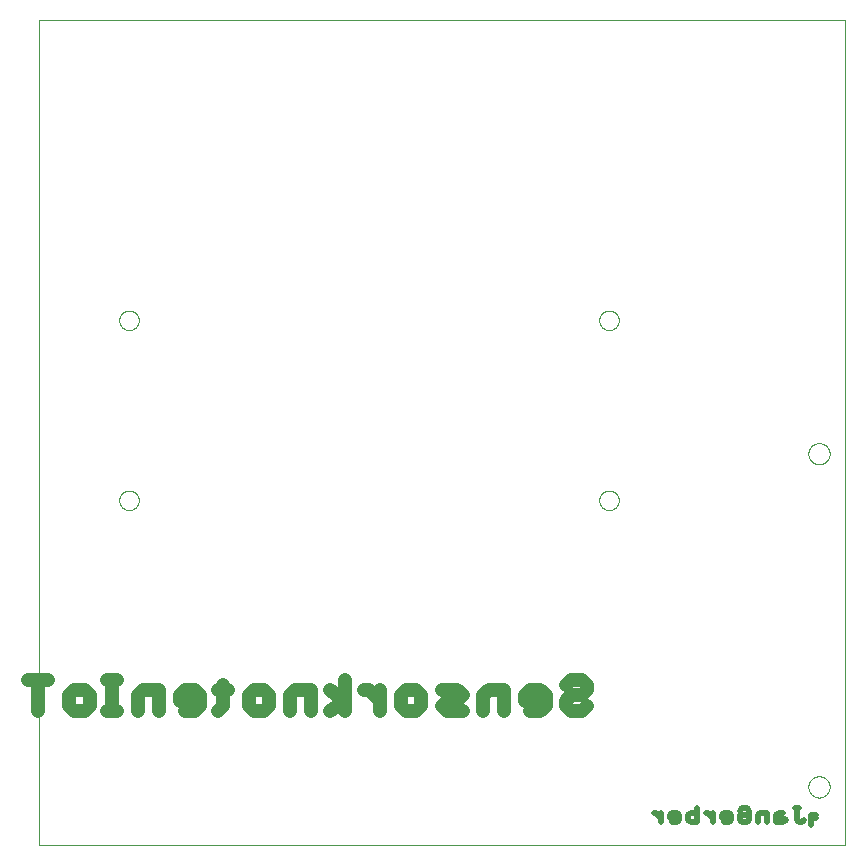
<source format=gbo>
G75*
%MOIN*%
%OFA0B0*%
%FSLAX25Y25*%
%IPPOS*%
%LPD*%
%AMOC8*
5,1,8,0,0,1.08239X$1,22.5*
%
%ADD10C,0.00000*%
%ADD11C,0.04700*%
%ADD12C,0.02000*%
D10*
X0014365Y0001000D02*
X0014365Y0275961D01*
X0283066Y0275961D01*
X0283066Y0001000D01*
X0014365Y0001000D01*
X0041115Y0116000D02*
X0041117Y0116113D01*
X0041123Y0116227D01*
X0041133Y0116340D01*
X0041147Y0116452D01*
X0041164Y0116564D01*
X0041186Y0116676D01*
X0041212Y0116786D01*
X0041241Y0116896D01*
X0041274Y0117004D01*
X0041311Y0117112D01*
X0041352Y0117217D01*
X0041396Y0117322D01*
X0041444Y0117425D01*
X0041495Y0117526D01*
X0041550Y0117625D01*
X0041609Y0117722D01*
X0041671Y0117817D01*
X0041736Y0117910D01*
X0041804Y0118001D01*
X0041875Y0118089D01*
X0041950Y0118175D01*
X0042027Y0118258D01*
X0042107Y0118338D01*
X0042190Y0118415D01*
X0042276Y0118490D01*
X0042364Y0118561D01*
X0042455Y0118629D01*
X0042548Y0118694D01*
X0042643Y0118756D01*
X0042740Y0118815D01*
X0042839Y0118870D01*
X0042940Y0118921D01*
X0043043Y0118969D01*
X0043148Y0119013D01*
X0043253Y0119054D01*
X0043361Y0119091D01*
X0043469Y0119124D01*
X0043579Y0119153D01*
X0043689Y0119179D01*
X0043801Y0119201D01*
X0043913Y0119218D01*
X0044025Y0119232D01*
X0044138Y0119242D01*
X0044252Y0119248D01*
X0044365Y0119250D01*
X0044478Y0119248D01*
X0044592Y0119242D01*
X0044705Y0119232D01*
X0044817Y0119218D01*
X0044929Y0119201D01*
X0045041Y0119179D01*
X0045151Y0119153D01*
X0045261Y0119124D01*
X0045369Y0119091D01*
X0045477Y0119054D01*
X0045582Y0119013D01*
X0045687Y0118969D01*
X0045790Y0118921D01*
X0045891Y0118870D01*
X0045990Y0118815D01*
X0046087Y0118756D01*
X0046182Y0118694D01*
X0046275Y0118629D01*
X0046366Y0118561D01*
X0046454Y0118490D01*
X0046540Y0118415D01*
X0046623Y0118338D01*
X0046703Y0118258D01*
X0046780Y0118175D01*
X0046855Y0118089D01*
X0046926Y0118001D01*
X0046994Y0117910D01*
X0047059Y0117817D01*
X0047121Y0117722D01*
X0047180Y0117625D01*
X0047235Y0117526D01*
X0047286Y0117425D01*
X0047334Y0117322D01*
X0047378Y0117217D01*
X0047419Y0117112D01*
X0047456Y0117004D01*
X0047489Y0116896D01*
X0047518Y0116786D01*
X0047544Y0116676D01*
X0047566Y0116564D01*
X0047583Y0116452D01*
X0047597Y0116340D01*
X0047607Y0116227D01*
X0047613Y0116113D01*
X0047615Y0116000D01*
X0047613Y0115887D01*
X0047607Y0115773D01*
X0047597Y0115660D01*
X0047583Y0115548D01*
X0047566Y0115436D01*
X0047544Y0115324D01*
X0047518Y0115214D01*
X0047489Y0115104D01*
X0047456Y0114996D01*
X0047419Y0114888D01*
X0047378Y0114783D01*
X0047334Y0114678D01*
X0047286Y0114575D01*
X0047235Y0114474D01*
X0047180Y0114375D01*
X0047121Y0114278D01*
X0047059Y0114183D01*
X0046994Y0114090D01*
X0046926Y0113999D01*
X0046855Y0113911D01*
X0046780Y0113825D01*
X0046703Y0113742D01*
X0046623Y0113662D01*
X0046540Y0113585D01*
X0046454Y0113510D01*
X0046366Y0113439D01*
X0046275Y0113371D01*
X0046182Y0113306D01*
X0046087Y0113244D01*
X0045990Y0113185D01*
X0045891Y0113130D01*
X0045790Y0113079D01*
X0045687Y0113031D01*
X0045582Y0112987D01*
X0045477Y0112946D01*
X0045369Y0112909D01*
X0045261Y0112876D01*
X0045151Y0112847D01*
X0045041Y0112821D01*
X0044929Y0112799D01*
X0044817Y0112782D01*
X0044705Y0112768D01*
X0044592Y0112758D01*
X0044478Y0112752D01*
X0044365Y0112750D01*
X0044252Y0112752D01*
X0044138Y0112758D01*
X0044025Y0112768D01*
X0043913Y0112782D01*
X0043801Y0112799D01*
X0043689Y0112821D01*
X0043579Y0112847D01*
X0043469Y0112876D01*
X0043361Y0112909D01*
X0043253Y0112946D01*
X0043148Y0112987D01*
X0043043Y0113031D01*
X0042940Y0113079D01*
X0042839Y0113130D01*
X0042740Y0113185D01*
X0042643Y0113244D01*
X0042548Y0113306D01*
X0042455Y0113371D01*
X0042364Y0113439D01*
X0042276Y0113510D01*
X0042190Y0113585D01*
X0042107Y0113662D01*
X0042027Y0113742D01*
X0041950Y0113825D01*
X0041875Y0113911D01*
X0041804Y0113999D01*
X0041736Y0114090D01*
X0041671Y0114183D01*
X0041609Y0114278D01*
X0041550Y0114375D01*
X0041495Y0114474D01*
X0041444Y0114575D01*
X0041396Y0114678D01*
X0041352Y0114783D01*
X0041311Y0114888D01*
X0041274Y0114996D01*
X0041241Y0115104D01*
X0041212Y0115214D01*
X0041186Y0115324D01*
X0041164Y0115436D01*
X0041147Y0115548D01*
X0041133Y0115660D01*
X0041123Y0115773D01*
X0041117Y0115887D01*
X0041115Y0116000D01*
X0041115Y0176000D02*
X0041117Y0176113D01*
X0041123Y0176227D01*
X0041133Y0176340D01*
X0041147Y0176452D01*
X0041164Y0176564D01*
X0041186Y0176676D01*
X0041212Y0176786D01*
X0041241Y0176896D01*
X0041274Y0177004D01*
X0041311Y0177112D01*
X0041352Y0177217D01*
X0041396Y0177322D01*
X0041444Y0177425D01*
X0041495Y0177526D01*
X0041550Y0177625D01*
X0041609Y0177722D01*
X0041671Y0177817D01*
X0041736Y0177910D01*
X0041804Y0178001D01*
X0041875Y0178089D01*
X0041950Y0178175D01*
X0042027Y0178258D01*
X0042107Y0178338D01*
X0042190Y0178415D01*
X0042276Y0178490D01*
X0042364Y0178561D01*
X0042455Y0178629D01*
X0042548Y0178694D01*
X0042643Y0178756D01*
X0042740Y0178815D01*
X0042839Y0178870D01*
X0042940Y0178921D01*
X0043043Y0178969D01*
X0043148Y0179013D01*
X0043253Y0179054D01*
X0043361Y0179091D01*
X0043469Y0179124D01*
X0043579Y0179153D01*
X0043689Y0179179D01*
X0043801Y0179201D01*
X0043913Y0179218D01*
X0044025Y0179232D01*
X0044138Y0179242D01*
X0044252Y0179248D01*
X0044365Y0179250D01*
X0044478Y0179248D01*
X0044592Y0179242D01*
X0044705Y0179232D01*
X0044817Y0179218D01*
X0044929Y0179201D01*
X0045041Y0179179D01*
X0045151Y0179153D01*
X0045261Y0179124D01*
X0045369Y0179091D01*
X0045477Y0179054D01*
X0045582Y0179013D01*
X0045687Y0178969D01*
X0045790Y0178921D01*
X0045891Y0178870D01*
X0045990Y0178815D01*
X0046087Y0178756D01*
X0046182Y0178694D01*
X0046275Y0178629D01*
X0046366Y0178561D01*
X0046454Y0178490D01*
X0046540Y0178415D01*
X0046623Y0178338D01*
X0046703Y0178258D01*
X0046780Y0178175D01*
X0046855Y0178089D01*
X0046926Y0178001D01*
X0046994Y0177910D01*
X0047059Y0177817D01*
X0047121Y0177722D01*
X0047180Y0177625D01*
X0047235Y0177526D01*
X0047286Y0177425D01*
X0047334Y0177322D01*
X0047378Y0177217D01*
X0047419Y0177112D01*
X0047456Y0177004D01*
X0047489Y0176896D01*
X0047518Y0176786D01*
X0047544Y0176676D01*
X0047566Y0176564D01*
X0047583Y0176452D01*
X0047597Y0176340D01*
X0047607Y0176227D01*
X0047613Y0176113D01*
X0047615Y0176000D01*
X0047613Y0175887D01*
X0047607Y0175773D01*
X0047597Y0175660D01*
X0047583Y0175548D01*
X0047566Y0175436D01*
X0047544Y0175324D01*
X0047518Y0175214D01*
X0047489Y0175104D01*
X0047456Y0174996D01*
X0047419Y0174888D01*
X0047378Y0174783D01*
X0047334Y0174678D01*
X0047286Y0174575D01*
X0047235Y0174474D01*
X0047180Y0174375D01*
X0047121Y0174278D01*
X0047059Y0174183D01*
X0046994Y0174090D01*
X0046926Y0173999D01*
X0046855Y0173911D01*
X0046780Y0173825D01*
X0046703Y0173742D01*
X0046623Y0173662D01*
X0046540Y0173585D01*
X0046454Y0173510D01*
X0046366Y0173439D01*
X0046275Y0173371D01*
X0046182Y0173306D01*
X0046087Y0173244D01*
X0045990Y0173185D01*
X0045891Y0173130D01*
X0045790Y0173079D01*
X0045687Y0173031D01*
X0045582Y0172987D01*
X0045477Y0172946D01*
X0045369Y0172909D01*
X0045261Y0172876D01*
X0045151Y0172847D01*
X0045041Y0172821D01*
X0044929Y0172799D01*
X0044817Y0172782D01*
X0044705Y0172768D01*
X0044592Y0172758D01*
X0044478Y0172752D01*
X0044365Y0172750D01*
X0044252Y0172752D01*
X0044138Y0172758D01*
X0044025Y0172768D01*
X0043913Y0172782D01*
X0043801Y0172799D01*
X0043689Y0172821D01*
X0043579Y0172847D01*
X0043469Y0172876D01*
X0043361Y0172909D01*
X0043253Y0172946D01*
X0043148Y0172987D01*
X0043043Y0173031D01*
X0042940Y0173079D01*
X0042839Y0173130D01*
X0042740Y0173185D01*
X0042643Y0173244D01*
X0042548Y0173306D01*
X0042455Y0173371D01*
X0042364Y0173439D01*
X0042276Y0173510D01*
X0042190Y0173585D01*
X0042107Y0173662D01*
X0042027Y0173742D01*
X0041950Y0173825D01*
X0041875Y0173911D01*
X0041804Y0173999D01*
X0041736Y0174090D01*
X0041671Y0174183D01*
X0041609Y0174278D01*
X0041550Y0174375D01*
X0041495Y0174474D01*
X0041444Y0174575D01*
X0041396Y0174678D01*
X0041352Y0174783D01*
X0041311Y0174888D01*
X0041274Y0174996D01*
X0041241Y0175104D01*
X0041212Y0175214D01*
X0041186Y0175324D01*
X0041164Y0175436D01*
X0041147Y0175548D01*
X0041133Y0175660D01*
X0041123Y0175773D01*
X0041117Y0175887D01*
X0041115Y0176000D01*
X0201115Y0176000D02*
X0201117Y0176113D01*
X0201123Y0176227D01*
X0201133Y0176340D01*
X0201147Y0176452D01*
X0201164Y0176564D01*
X0201186Y0176676D01*
X0201212Y0176786D01*
X0201241Y0176896D01*
X0201274Y0177004D01*
X0201311Y0177112D01*
X0201352Y0177217D01*
X0201396Y0177322D01*
X0201444Y0177425D01*
X0201495Y0177526D01*
X0201550Y0177625D01*
X0201609Y0177722D01*
X0201671Y0177817D01*
X0201736Y0177910D01*
X0201804Y0178001D01*
X0201875Y0178089D01*
X0201950Y0178175D01*
X0202027Y0178258D01*
X0202107Y0178338D01*
X0202190Y0178415D01*
X0202276Y0178490D01*
X0202364Y0178561D01*
X0202455Y0178629D01*
X0202548Y0178694D01*
X0202643Y0178756D01*
X0202740Y0178815D01*
X0202839Y0178870D01*
X0202940Y0178921D01*
X0203043Y0178969D01*
X0203148Y0179013D01*
X0203253Y0179054D01*
X0203361Y0179091D01*
X0203469Y0179124D01*
X0203579Y0179153D01*
X0203689Y0179179D01*
X0203801Y0179201D01*
X0203913Y0179218D01*
X0204025Y0179232D01*
X0204138Y0179242D01*
X0204252Y0179248D01*
X0204365Y0179250D01*
X0204478Y0179248D01*
X0204592Y0179242D01*
X0204705Y0179232D01*
X0204817Y0179218D01*
X0204929Y0179201D01*
X0205041Y0179179D01*
X0205151Y0179153D01*
X0205261Y0179124D01*
X0205369Y0179091D01*
X0205477Y0179054D01*
X0205582Y0179013D01*
X0205687Y0178969D01*
X0205790Y0178921D01*
X0205891Y0178870D01*
X0205990Y0178815D01*
X0206087Y0178756D01*
X0206182Y0178694D01*
X0206275Y0178629D01*
X0206366Y0178561D01*
X0206454Y0178490D01*
X0206540Y0178415D01*
X0206623Y0178338D01*
X0206703Y0178258D01*
X0206780Y0178175D01*
X0206855Y0178089D01*
X0206926Y0178001D01*
X0206994Y0177910D01*
X0207059Y0177817D01*
X0207121Y0177722D01*
X0207180Y0177625D01*
X0207235Y0177526D01*
X0207286Y0177425D01*
X0207334Y0177322D01*
X0207378Y0177217D01*
X0207419Y0177112D01*
X0207456Y0177004D01*
X0207489Y0176896D01*
X0207518Y0176786D01*
X0207544Y0176676D01*
X0207566Y0176564D01*
X0207583Y0176452D01*
X0207597Y0176340D01*
X0207607Y0176227D01*
X0207613Y0176113D01*
X0207615Y0176000D01*
X0207613Y0175887D01*
X0207607Y0175773D01*
X0207597Y0175660D01*
X0207583Y0175548D01*
X0207566Y0175436D01*
X0207544Y0175324D01*
X0207518Y0175214D01*
X0207489Y0175104D01*
X0207456Y0174996D01*
X0207419Y0174888D01*
X0207378Y0174783D01*
X0207334Y0174678D01*
X0207286Y0174575D01*
X0207235Y0174474D01*
X0207180Y0174375D01*
X0207121Y0174278D01*
X0207059Y0174183D01*
X0206994Y0174090D01*
X0206926Y0173999D01*
X0206855Y0173911D01*
X0206780Y0173825D01*
X0206703Y0173742D01*
X0206623Y0173662D01*
X0206540Y0173585D01*
X0206454Y0173510D01*
X0206366Y0173439D01*
X0206275Y0173371D01*
X0206182Y0173306D01*
X0206087Y0173244D01*
X0205990Y0173185D01*
X0205891Y0173130D01*
X0205790Y0173079D01*
X0205687Y0173031D01*
X0205582Y0172987D01*
X0205477Y0172946D01*
X0205369Y0172909D01*
X0205261Y0172876D01*
X0205151Y0172847D01*
X0205041Y0172821D01*
X0204929Y0172799D01*
X0204817Y0172782D01*
X0204705Y0172768D01*
X0204592Y0172758D01*
X0204478Y0172752D01*
X0204365Y0172750D01*
X0204252Y0172752D01*
X0204138Y0172758D01*
X0204025Y0172768D01*
X0203913Y0172782D01*
X0203801Y0172799D01*
X0203689Y0172821D01*
X0203579Y0172847D01*
X0203469Y0172876D01*
X0203361Y0172909D01*
X0203253Y0172946D01*
X0203148Y0172987D01*
X0203043Y0173031D01*
X0202940Y0173079D01*
X0202839Y0173130D01*
X0202740Y0173185D01*
X0202643Y0173244D01*
X0202548Y0173306D01*
X0202455Y0173371D01*
X0202364Y0173439D01*
X0202276Y0173510D01*
X0202190Y0173585D01*
X0202107Y0173662D01*
X0202027Y0173742D01*
X0201950Y0173825D01*
X0201875Y0173911D01*
X0201804Y0173999D01*
X0201736Y0174090D01*
X0201671Y0174183D01*
X0201609Y0174278D01*
X0201550Y0174375D01*
X0201495Y0174474D01*
X0201444Y0174575D01*
X0201396Y0174678D01*
X0201352Y0174783D01*
X0201311Y0174888D01*
X0201274Y0174996D01*
X0201241Y0175104D01*
X0201212Y0175214D01*
X0201186Y0175324D01*
X0201164Y0175436D01*
X0201147Y0175548D01*
X0201133Y0175660D01*
X0201123Y0175773D01*
X0201117Y0175887D01*
X0201115Y0176000D01*
X0201115Y0116000D02*
X0201117Y0116113D01*
X0201123Y0116227D01*
X0201133Y0116340D01*
X0201147Y0116452D01*
X0201164Y0116564D01*
X0201186Y0116676D01*
X0201212Y0116786D01*
X0201241Y0116896D01*
X0201274Y0117004D01*
X0201311Y0117112D01*
X0201352Y0117217D01*
X0201396Y0117322D01*
X0201444Y0117425D01*
X0201495Y0117526D01*
X0201550Y0117625D01*
X0201609Y0117722D01*
X0201671Y0117817D01*
X0201736Y0117910D01*
X0201804Y0118001D01*
X0201875Y0118089D01*
X0201950Y0118175D01*
X0202027Y0118258D01*
X0202107Y0118338D01*
X0202190Y0118415D01*
X0202276Y0118490D01*
X0202364Y0118561D01*
X0202455Y0118629D01*
X0202548Y0118694D01*
X0202643Y0118756D01*
X0202740Y0118815D01*
X0202839Y0118870D01*
X0202940Y0118921D01*
X0203043Y0118969D01*
X0203148Y0119013D01*
X0203253Y0119054D01*
X0203361Y0119091D01*
X0203469Y0119124D01*
X0203579Y0119153D01*
X0203689Y0119179D01*
X0203801Y0119201D01*
X0203913Y0119218D01*
X0204025Y0119232D01*
X0204138Y0119242D01*
X0204252Y0119248D01*
X0204365Y0119250D01*
X0204478Y0119248D01*
X0204592Y0119242D01*
X0204705Y0119232D01*
X0204817Y0119218D01*
X0204929Y0119201D01*
X0205041Y0119179D01*
X0205151Y0119153D01*
X0205261Y0119124D01*
X0205369Y0119091D01*
X0205477Y0119054D01*
X0205582Y0119013D01*
X0205687Y0118969D01*
X0205790Y0118921D01*
X0205891Y0118870D01*
X0205990Y0118815D01*
X0206087Y0118756D01*
X0206182Y0118694D01*
X0206275Y0118629D01*
X0206366Y0118561D01*
X0206454Y0118490D01*
X0206540Y0118415D01*
X0206623Y0118338D01*
X0206703Y0118258D01*
X0206780Y0118175D01*
X0206855Y0118089D01*
X0206926Y0118001D01*
X0206994Y0117910D01*
X0207059Y0117817D01*
X0207121Y0117722D01*
X0207180Y0117625D01*
X0207235Y0117526D01*
X0207286Y0117425D01*
X0207334Y0117322D01*
X0207378Y0117217D01*
X0207419Y0117112D01*
X0207456Y0117004D01*
X0207489Y0116896D01*
X0207518Y0116786D01*
X0207544Y0116676D01*
X0207566Y0116564D01*
X0207583Y0116452D01*
X0207597Y0116340D01*
X0207607Y0116227D01*
X0207613Y0116113D01*
X0207615Y0116000D01*
X0207613Y0115887D01*
X0207607Y0115773D01*
X0207597Y0115660D01*
X0207583Y0115548D01*
X0207566Y0115436D01*
X0207544Y0115324D01*
X0207518Y0115214D01*
X0207489Y0115104D01*
X0207456Y0114996D01*
X0207419Y0114888D01*
X0207378Y0114783D01*
X0207334Y0114678D01*
X0207286Y0114575D01*
X0207235Y0114474D01*
X0207180Y0114375D01*
X0207121Y0114278D01*
X0207059Y0114183D01*
X0206994Y0114090D01*
X0206926Y0113999D01*
X0206855Y0113911D01*
X0206780Y0113825D01*
X0206703Y0113742D01*
X0206623Y0113662D01*
X0206540Y0113585D01*
X0206454Y0113510D01*
X0206366Y0113439D01*
X0206275Y0113371D01*
X0206182Y0113306D01*
X0206087Y0113244D01*
X0205990Y0113185D01*
X0205891Y0113130D01*
X0205790Y0113079D01*
X0205687Y0113031D01*
X0205582Y0112987D01*
X0205477Y0112946D01*
X0205369Y0112909D01*
X0205261Y0112876D01*
X0205151Y0112847D01*
X0205041Y0112821D01*
X0204929Y0112799D01*
X0204817Y0112782D01*
X0204705Y0112768D01*
X0204592Y0112758D01*
X0204478Y0112752D01*
X0204365Y0112750D01*
X0204252Y0112752D01*
X0204138Y0112758D01*
X0204025Y0112768D01*
X0203913Y0112782D01*
X0203801Y0112799D01*
X0203689Y0112821D01*
X0203579Y0112847D01*
X0203469Y0112876D01*
X0203361Y0112909D01*
X0203253Y0112946D01*
X0203148Y0112987D01*
X0203043Y0113031D01*
X0202940Y0113079D01*
X0202839Y0113130D01*
X0202740Y0113185D01*
X0202643Y0113244D01*
X0202548Y0113306D01*
X0202455Y0113371D01*
X0202364Y0113439D01*
X0202276Y0113510D01*
X0202190Y0113585D01*
X0202107Y0113662D01*
X0202027Y0113742D01*
X0201950Y0113825D01*
X0201875Y0113911D01*
X0201804Y0113999D01*
X0201736Y0114090D01*
X0201671Y0114183D01*
X0201609Y0114278D01*
X0201550Y0114375D01*
X0201495Y0114474D01*
X0201444Y0114575D01*
X0201396Y0114678D01*
X0201352Y0114783D01*
X0201311Y0114888D01*
X0201274Y0114996D01*
X0201241Y0115104D01*
X0201212Y0115214D01*
X0201186Y0115324D01*
X0201164Y0115436D01*
X0201147Y0115548D01*
X0201133Y0115660D01*
X0201123Y0115773D01*
X0201117Y0115887D01*
X0201115Y0116000D01*
X0270822Y0131512D02*
X0270824Y0131630D01*
X0270830Y0131749D01*
X0270840Y0131867D01*
X0270854Y0131984D01*
X0270871Y0132101D01*
X0270893Y0132218D01*
X0270919Y0132333D01*
X0270948Y0132448D01*
X0270981Y0132562D01*
X0271018Y0132674D01*
X0271059Y0132785D01*
X0271103Y0132895D01*
X0271151Y0133003D01*
X0271203Y0133110D01*
X0271258Y0133215D01*
X0271317Y0133318D01*
X0271379Y0133418D01*
X0271444Y0133517D01*
X0271513Y0133614D01*
X0271584Y0133708D01*
X0271659Y0133799D01*
X0271737Y0133889D01*
X0271818Y0133975D01*
X0271902Y0134059D01*
X0271988Y0134140D01*
X0272078Y0134218D01*
X0272169Y0134293D01*
X0272263Y0134364D01*
X0272360Y0134433D01*
X0272459Y0134498D01*
X0272559Y0134560D01*
X0272662Y0134619D01*
X0272767Y0134674D01*
X0272874Y0134726D01*
X0272982Y0134774D01*
X0273092Y0134818D01*
X0273203Y0134859D01*
X0273315Y0134896D01*
X0273429Y0134929D01*
X0273544Y0134958D01*
X0273659Y0134984D01*
X0273776Y0135006D01*
X0273893Y0135023D01*
X0274010Y0135037D01*
X0274128Y0135047D01*
X0274247Y0135053D01*
X0274365Y0135055D01*
X0274483Y0135053D01*
X0274602Y0135047D01*
X0274720Y0135037D01*
X0274837Y0135023D01*
X0274954Y0135006D01*
X0275071Y0134984D01*
X0275186Y0134958D01*
X0275301Y0134929D01*
X0275415Y0134896D01*
X0275527Y0134859D01*
X0275638Y0134818D01*
X0275748Y0134774D01*
X0275856Y0134726D01*
X0275963Y0134674D01*
X0276068Y0134619D01*
X0276171Y0134560D01*
X0276271Y0134498D01*
X0276370Y0134433D01*
X0276467Y0134364D01*
X0276561Y0134293D01*
X0276652Y0134218D01*
X0276742Y0134140D01*
X0276828Y0134059D01*
X0276912Y0133975D01*
X0276993Y0133889D01*
X0277071Y0133799D01*
X0277146Y0133708D01*
X0277217Y0133614D01*
X0277286Y0133517D01*
X0277351Y0133418D01*
X0277413Y0133318D01*
X0277472Y0133215D01*
X0277527Y0133110D01*
X0277579Y0133003D01*
X0277627Y0132895D01*
X0277671Y0132785D01*
X0277712Y0132674D01*
X0277749Y0132562D01*
X0277782Y0132448D01*
X0277811Y0132333D01*
X0277837Y0132218D01*
X0277859Y0132101D01*
X0277876Y0131984D01*
X0277890Y0131867D01*
X0277900Y0131749D01*
X0277906Y0131630D01*
X0277908Y0131512D01*
X0277906Y0131394D01*
X0277900Y0131275D01*
X0277890Y0131157D01*
X0277876Y0131040D01*
X0277859Y0130923D01*
X0277837Y0130806D01*
X0277811Y0130691D01*
X0277782Y0130576D01*
X0277749Y0130462D01*
X0277712Y0130350D01*
X0277671Y0130239D01*
X0277627Y0130129D01*
X0277579Y0130021D01*
X0277527Y0129914D01*
X0277472Y0129809D01*
X0277413Y0129706D01*
X0277351Y0129606D01*
X0277286Y0129507D01*
X0277217Y0129410D01*
X0277146Y0129316D01*
X0277071Y0129225D01*
X0276993Y0129135D01*
X0276912Y0129049D01*
X0276828Y0128965D01*
X0276742Y0128884D01*
X0276652Y0128806D01*
X0276561Y0128731D01*
X0276467Y0128660D01*
X0276370Y0128591D01*
X0276271Y0128526D01*
X0276171Y0128464D01*
X0276068Y0128405D01*
X0275963Y0128350D01*
X0275856Y0128298D01*
X0275748Y0128250D01*
X0275638Y0128206D01*
X0275527Y0128165D01*
X0275415Y0128128D01*
X0275301Y0128095D01*
X0275186Y0128066D01*
X0275071Y0128040D01*
X0274954Y0128018D01*
X0274837Y0128001D01*
X0274720Y0127987D01*
X0274602Y0127977D01*
X0274483Y0127971D01*
X0274365Y0127969D01*
X0274247Y0127971D01*
X0274128Y0127977D01*
X0274010Y0127987D01*
X0273893Y0128001D01*
X0273776Y0128018D01*
X0273659Y0128040D01*
X0273544Y0128066D01*
X0273429Y0128095D01*
X0273315Y0128128D01*
X0273203Y0128165D01*
X0273092Y0128206D01*
X0272982Y0128250D01*
X0272874Y0128298D01*
X0272767Y0128350D01*
X0272662Y0128405D01*
X0272559Y0128464D01*
X0272459Y0128526D01*
X0272360Y0128591D01*
X0272263Y0128660D01*
X0272169Y0128731D01*
X0272078Y0128806D01*
X0271988Y0128884D01*
X0271902Y0128965D01*
X0271818Y0129049D01*
X0271737Y0129135D01*
X0271659Y0129225D01*
X0271584Y0129316D01*
X0271513Y0129410D01*
X0271444Y0129507D01*
X0271379Y0129606D01*
X0271317Y0129706D01*
X0271258Y0129809D01*
X0271203Y0129914D01*
X0271151Y0130021D01*
X0271103Y0130129D01*
X0271059Y0130239D01*
X0271018Y0130350D01*
X0270981Y0130462D01*
X0270948Y0130576D01*
X0270919Y0130691D01*
X0270893Y0130806D01*
X0270871Y0130923D01*
X0270854Y0131040D01*
X0270840Y0131157D01*
X0270830Y0131275D01*
X0270824Y0131394D01*
X0270822Y0131512D01*
X0270822Y0020488D02*
X0270824Y0020606D01*
X0270830Y0020725D01*
X0270840Y0020843D01*
X0270854Y0020960D01*
X0270871Y0021077D01*
X0270893Y0021194D01*
X0270919Y0021309D01*
X0270948Y0021424D01*
X0270981Y0021538D01*
X0271018Y0021650D01*
X0271059Y0021761D01*
X0271103Y0021871D01*
X0271151Y0021979D01*
X0271203Y0022086D01*
X0271258Y0022191D01*
X0271317Y0022294D01*
X0271379Y0022394D01*
X0271444Y0022493D01*
X0271513Y0022590D01*
X0271584Y0022684D01*
X0271659Y0022775D01*
X0271737Y0022865D01*
X0271818Y0022951D01*
X0271902Y0023035D01*
X0271988Y0023116D01*
X0272078Y0023194D01*
X0272169Y0023269D01*
X0272263Y0023340D01*
X0272360Y0023409D01*
X0272459Y0023474D01*
X0272559Y0023536D01*
X0272662Y0023595D01*
X0272767Y0023650D01*
X0272874Y0023702D01*
X0272982Y0023750D01*
X0273092Y0023794D01*
X0273203Y0023835D01*
X0273315Y0023872D01*
X0273429Y0023905D01*
X0273544Y0023934D01*
X0273659Y0023960D01*
X0273776Y0023982D01*
X0273893Y0023999D01*
X0274010Y0024013D01*
X0274128Y0024023D01*
X0274247Y0024029D01*
X0274365Y0024031D01*
X0274483Y0024029D01*
X0274602Y0024023D01*
X0274720Y0024013D01*
X0274837Y0023999D01*
X0274954Y0023982D01*
X0275071Y0023960D01*
X0275186Y0023934D01*
X0275301Y0023905D01*
X0275415Y0023872D01*
X0275527Y0023835D01*
X0275638Y0023794D01*
X0275748Y0023750D01*
X0275856Y0023702D01*
X0275963Y0023650D01*
X0276068Y0023595D01*
X0276171Y0023536D01*
X0276271Y0023474D01*
X0276370Y0023409D01*
X0276467Y0023340D01*
X0276561Y0023269D01*
X0276652Y0023194D01*
X0276742Y0023116D01*
X0276828Y0023035D01*
X0276912Y0022951D01*
X0276993Y0022865D01*
X0277071Y0022775D01*
X0277146Y0022684D01*
X0277217Y0022590D01*
X0277286Y0022493D01*
X0277351Y0022394D01*
X0277413Y0022294D01*
X0277472Y0022191D01*
X0277527Y0022086D01*
X0277579Y0021979D01*
X0277627Y0021871D01*
X0277671Y0021761D01*
X0277712Y0021650D01*
X0277749Y0021538D01*
X0277782Y0021424D01*
X0277811Y0021309D01*
X0277837Y0021194D01*
X0277859Y0021077D01*
X0277876Y0020960D01*
X0277890Y0020843D01*
X0277900Y0020725D01*
X0277906Y0020606D01*
X0277908Y0020488D01*
X0277906Y0020370D01*
X0277900Y0020251D01*
X0277890Y0020133D01*
X0277876Y0020016D01*
X0277859Y0019899D01*
X0277837Y0019782D01*
X0277811Y0019667D01*
X0277782Y0019552D01*
X0277749Y0019438D01*
X0277712Y0019326D01*
X0277671Y0019215D01*
X0277627Y0019105D01*
X0277579Y0018997D01*
X0277527Y0018890D01*
X0277472Y0018785D01*
X0277413Y0018682D01*
X0277351Y0018582D01*
X0277286Y0018483D01*
X0277217Y0018386D01*
X0277146Y0018292D01*
X0277071Y0018201D01*
X0276993Y0018111D01*
X0276912Y0018025D01*
X0276828Y0017941D01*
X0276742Y0017860D01*
X0276652Y0017782D01*
X0276561Y0017707D01*
X0276467Y0017636D01*
X0276370Y0017567D01*
X0276271Y0017502D01*
X0276171Y0017440D01*
X0276068Y0017381D01*
X0275963Y0017326D01*
X0275856Y0017274D01*
X0275748Y0017226D01*
X0275638Y0017182D01*
X0275527Y0017141D01*
X0275415Y0017104D01*
X0275301Y0017071D01*
X0275186Y0017042D01*
X0275071Y0017016D01*
X0274954Y0016994D01*
X0274837Y0016977D01*
X0274720Y0016963D01*
X0274602Y0016953D01*
X0274483Y0016947D01*
X0274365Y0016945D01*
X0274247Y0016947D01*
X0274128Y0016953D01*
X0274010Y0016963D01*
X0273893Y0016977D01*
X0273776Y0016994D01*
X0273659Y0017016D01*
X0273544Y0017042D01*
X0273429Y0017071D01*
X0273315Y0017104D01*
X0273203Y0017141D01*
X0273092Y0017182D01*
X0272982Y0017226D01*
X0272874Y0017274D01*
X0272767Y0017326D01*
X0272662Y0017381D01*
X0272559Y0017440D01*
X0272459Y0017502D01*
X0272360Y0017567D01*
X0272263Y0017636D01*
X0272169Y0017707D01*
X0272078Y0017782D01*
X0271988Y0017860D01*
X0271902Y0017941D01*
X0271818Y0018025D01*
X0271737Y0018111D01*
X0271659Y0018201D01*
X0271584Y0018292D01*
X0271513Y0018386D01*
X0271444Y0018483D01*
X0271379Y0018582D01*
X0271317Y0018682D01*
X0271258Y0018785D01*
X0271203Y0018890D01*
X0271151Y0018997D01*
X0271103Y0019105D01*
X0271059Y0019215D01*
X0271018Y0019326D01*
X0270981Y0019438D01*
X0270948Y0019552D01*
X0270919Y0019667D01*
X0270893Y0019782D01*
X0270871Y0019899D01*
X0270854Y0020016D01*
X0270840Y0020133D01*
X0270830Y0020251D01*
X0270824Y0020370D01*
X0270822Y0020488D01*
D11*
X0197015Y0047568D02*
X0195297Y0045850D01*
X0191861Y0045850D01*
X0190143Y0047568D01*
X0190143Y0049286D01*
X0191861Y0051004D01*
X0195297Y0051004D01*
X0197015Y0052723D01*
X0197015Y0054441D01*
X0195297Y0056159D01*
X0191861Y0056159D01*
X0190143Y0054441D01*
X0183203Y0051004D02*
X0183203Y0047568D01*
X0181485Y0045850D01*
X0178049Y0045850D01*
X0176331Y0049286D02*
X0183203Y0049286D01*
X0183203Y0051004D02*
X0181485Y0052723D01*
X0178049Y0052723D01*
X0176331Y0051004D01*
X0176331Y0049286D01*
X0169392Y0045850D02*
X0169392Y0052723D01*
X0164237Y0052723D01*
X0162519Y0051004D01*
X0162519Y0045850D01*
X0155580Y0045850D02*
X0150425Y0045850D01*
X0148707Y0047568D01*
X0150425Y0049286D01*
X0153862Y0049286D01*
X0155580Y0051004D01*
X0153862Y0052723D01*
X0148707Y0052723D01*
X0141768Y0051004D02*
X0141768Y0047568D01*
X0140050Y0045850D01*
X0136614Y0045850D01*
X0134896Y0047568D01*
X0134896Y0051004D01*
X0136614Y0052723D01*
X0140050Y0052723D01*
X0141768Y0051004D01*
X0127956Y0049286D02*
X0124520Y0052723D01*
X0122802Y0052723D01*
X0127956Y0052723D02*
X0127956Y0045850D01*
X0116446Y0045850D02*
X0116446Y0056159D01*
X0111292Y0052723D02*
X0116446Y0049286D01*
X0111292Y0045850D01*
X0104937Y0045850D02*
X0104937Y0052723D01*
X0099782Y0052723D01*
X0098064Y0051004D01*
X0098064Y0045850D01*
X0091125Y0047568D02*
X0091125Y0051004D01*
X0089407Y0052723D01*
X0085970Y0052723D01*
X0084252Y0051004D01*
X0084252Y0047568D01*
X0085970Y0045850D01*
X0089407Y0045850D01*
X0091125Y0047568D01*
X0077313Y0052723D02*
X0073877Y0052723D01*
X0075595Y0054441D02*
X0075595Y0047568D01*
X0073877Y0045850D01*
X0068105Y0047568D02*
X0068105Y0051004D01*
X0066387Y0052723D01*
X0062951Y0052723D01*
X0061233Y0051004D01*
X0061233Y0049286D01*
X0068105Y0049286D01*
X0068105Y0047568D02*
X0066387Y0045850D01*
X0062951Y0045850D01*
X0054293Y0045850D02*
X0054293Y0052723D01*
X0049139Y0052723D01*
X0047421Y0051004D01*
X0047421Y0045850D01*
X0040482Y0045850D02*
X0037045Y0045850D01*
X0038763Y0045850D02*
X0038763Y0056159D01*
X0037045Y0056159D02*
X0040482Y0056159D01*
X0031274Y0051004D02*
X0031274Y0047568D01*
X0029556Y0045850D01*
X0026119Y0045850D01*
X0024401Y0047568D01*
X0024401Y0051004D01*
X0026119Y0052723D01*
X0029556Y0052723D01*
X0031274Y0051004D01*
X0017462Y0056159D02*
X0010589Y0056159D01*
X0014026Y0056159D02*
X0014026Y0045850D01*
D12*
X0219407Y0011769D02*
X0220175Y0011769D01*
X0221709Y0010235D01*
X0221709Y0011769D02*
X0221709Y0008700D01*
X0224717Y0010235D02*
X0227786Y0010235D01*
X0227786Y0011002D02*
X0227019Y0011769D01*
X0225484Y0011769D01*
X0224717Y0011002D01*
X0224717Y0010235D01*
X0225484Y0008700D02*
X0227019Y0008700D01*
X0227786Y0009467D01*
X0227786Y0011002D01*
X0230794Y0011002D02*
X0231562Y0011769D01*
X0233864Y0011769D01*
X0233864Y0013304D02*
X0233864Y0008700D01*
X0231562Y0008700D01*
X0230794Y0009467D01*
X0230794Y0011002D01*
X0236626Y0011769D02*
X0237393Y0011769D01*
X0238928Y0010235D01*
X0238928Y0011769D02*
X0238928Y0008700D01*
X0241936Y0010235D02*
X0245005Y0010235D01*
X0245005Y0011002D02*
X0244238Y0011769D01*
X0242703Y0011769D01*
X0241936Y0011002D01*
X0241936Y0010235D01*
X0242703Y0008700D02*
X0244238Y0008700D01*
X0245005Y0009467D01*
X0245005Y0011002D01*
X0248013Y0011002D02*
X0249548Y0011002D01*
X0248013Y0011002D02*
X0248013Y0009467D01*
X0248780Y0008700D01*
X0250315Y0008700D01*
X0251082Y0009467D01*
X0251082Y0012537D01*
X0250315Y0013304D01*
X0248780Y0013304D01*
X0248013Y0012537D01*
X0254090Y0011002D02*
X0254090Y0008700D01*
X0254090Y0011002D02*
X0254857Y0011769D01*
X0257159Y0011769D01*
X0257159Y0008700D01*
X0260167Y0008700D02*
X0262469Y0008700D01*
X0263237Y0009467D01*
X0262469Y0010235D01*
X0260167Y0010235D01*
X0260167Y0011002D02*
X0260167Y0008700D01*
X0260167Y0011002D02*
X0260935Y0011769D01*
X0262469Y0011769D01*
X0266245Y0013304D02*
X0267779Y0013304D01*
X0267012Y0013304D02*
X0267012Y0009467D01*
X0267779Y0008700D01*
X0268547Y0008700D01*
X0269314Y0009467D01*
X0271831Y0010235D02*
X0273365Y0010235D01*
X0273365Y0011002D02*
X0271831Y0011002D01*
X0271831Y0007933D01*
M02*

</source>
